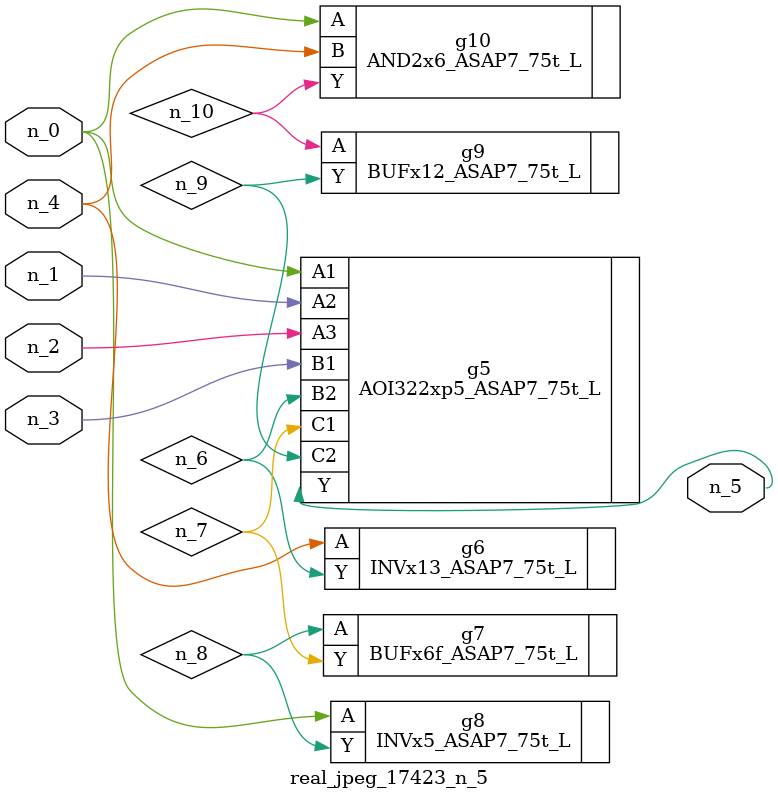
<source format=v>
module real_jpeg_17423_n_5 (n_4, n_0, n_1, n_2, n_3, n_5);

input n_4;
input n_0;
input n_1;
input n_2;
input n_3;

output n_5;

wire n_8;
wire n_6;
wire n_7;
wire n_10;
wire n_9;

AOI322xp5_ASAP7_75t_L g5 ( 
.A1(n_0),
.A2(n_1),
.A3(n_2),
.B1(n_3),
.B2(n_6),
.C1(n_7),
.C2(n_9),
.Y(n_5)
);

INVx5_ASAP7_75t_L g8 ( 
.A(n_0),
.Y(n_8)
);

AND2x6_ASAP7_75t_L g10 ( 
.A(n_0),
.B(n_4),
.Y(n_10)
);

INVx13_ASAP7_75t_L g6 ( 
.A(n_4),
.Y(n_6)
);

BUFx6f_ASAP7_75t_L g7 ( 
.A(n_8),
.Y(n_7)
);

BUFx12_ASAP7_75t_L g9 ( 
.A(n_10),
.Y(n_9)
);


endmodule
</source>
